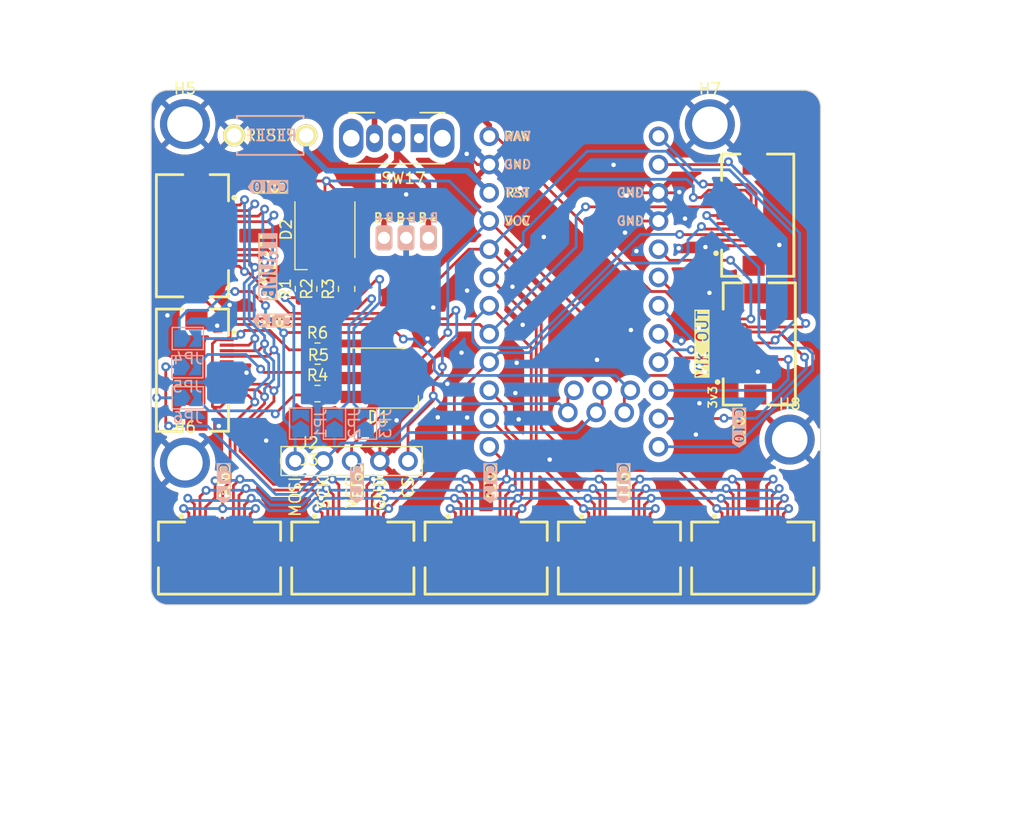
<source format=kicad_pcb>
(kicad_pcb (version 20240108) (generator "pcbnew") (generator_version "8.0")
  (layers (0 "F.Cu" signal) (31 "B.Cu" signal) (34 "B.Paste" user) (35 "F.Paste" user) (36 "B.SilkS" user "B.Silkscreen") (37 "F.SilkS" user "F.Silkscreen") (38 "B.Mask" user) (39 "F.Mask" user) (44 "Edge.Cuts" user))
  (net 0 "")
  (net 1 "col2")
  (net 2 "row_0")
  (net 3 "row_1")
  (net 4 "row_2")
  (net 5 "col3")
  (net 6 "col0")
  (net 7 "col1")
  (net 8 "col4")
  (net 9 "BAT+")
  (net 10 "GND")
  (net 11 "BATT_OR_5V")
  (net 13 "RESET")
  (net 42 "RGB_LED_OUT")
  (net 43 "+3V3")
  (net 44 "SDA")
  (net 45 "GPIO_AD2")
  (net 46 "GPIO_AD1")
  (net 47 "row_3")
  (net 48 "SPI_CS")
  (net 49 "SCLK")
  (net 50 "SCL")
  (net 51 "NVCS")
  (net 52 "NVSCK")
  (net 53 "NVMOSI")
  (net 54 "MISO")
  (net 55 "MOSI")
  (net 56 "Net-(D2-BA)")
  (net 57 "Net-(D2-RA)")
  (net 58 "Net-(D2-GA)")
  (net 59 "B")
  (net 60 "G")
  (net 61 "R")
  (net 62 "Net-(D1-GK)")
  (net 63 "Net-(D1-BK)")
  (net 64 "Net-(D1-RK)")
  (net 65 "B2")
  (net 66 "G2")
  (net 67 "R2")
  (footprint "Alaa:FPC-SMD_FPC05012-09200-.5mm-rev" (layer "F.Cu") (at 133.6 75.444)
    (property "Reference" "J11" (hide yes))
    (property "Value" "Conn_01x12_Socket" (hide yes))
  )
  (footprint "Alaa:FPC-SMD_FPC05012-09200-.5mm-rev" (layer "F.Cu") (at 145.6 75.444)
    (property "Reference" "J16" (hide yes))
    (property "Value" "Conn_01x12_Socket" (hide yes))
  )
  (footprint "kibuzzard-6399CBD2" (layer "F.Cu") (at 109.977486 70.430111 -90)
    (property "Reference" "kibuzzard-6399CBD2" (hide yes))
    (property "Value" "G***" (hide yes))
  )
  (footprint "Resistor_SMD:R_0805_2012Metric" (layer "F.Cu") (at 105.156 52.9355 90)
    (property "Reference" "R1")
    (property "Value" "47")
  )
  (footprint "LED_SMD:LED_RGB_5050-6" (layer "F.Cu") (at 107.09 47.6 90)
    (property "Reference" "D2")
    (property "Value" "SMLVN6RGB")
  )
  (footprint "Alaa:MountingHole_M3" (layer "F.Cu") (at 94.486973 38.1)
    (property "Reference" "H5")
    (property "Value" "MountingHole_Pad")
  )
  (footprint "kibuzzard-6399CBDB" (layer "F.Cu") (at 97.977486 70.430111 -90)
    (property "Reference" "kibuzzard-6399CBDB" (hide yes))
    (property "Value" "G***" (hide yes))
  )
  (footprint "Resistor_SMD:R_0805_2012Metric" (layer "F.Cu") (at 106.426 60.452)
    (property "Reference" "R5")
    (property "Value" "180")
  )
  (footprint "Alaa:MountingHole_M3" (layer "F.Cu") (at 148.929065 66.5)
    (property "Reference" "H8")
    (property "Value" "MountingHole_Pad")
  )
  (footprint "kibuzzard-6399CBC9" (layer "F.Cu") (at 121.977486 70.430111 -90)
    (property "Reference" "kibuzzard-6399CBC9" (hide yes))
    (property "Value" "G***" (hide yes))
  )
  (footprint "Resistor_SMD:R_0805_2012Metric" (layer "F.Cu") (at 109.041331 52.939017 90)
    (property "Reference" "R3")
    (property "Value" "390")
  )
  (footprint "kibuzzard-6399CC4D" (layer "F.Cu") (at 101.955731 50.940135 -90)
    (property "Reference" "kibuzzard-6399CC4D" (hide yes))
    (property "Value" "G***" (hide yes))
  )
  (footprint "kibuzzard-6399CB9D" (layer "F.Cu") (at 101.964796 43.753865 180)
    (property "Reference" "kibuzzard-6399CB9D" (hide yes))
    (property "Value" "G***" (hide yes))
  )
  (footprint "Alaa:FPC-SMD_FPC05012-09200-.5mm-rev" (layer "F.Cu") (at 96.887 60.25 -90)
    (property "Reference" "J17" (hide yes))
    (property "Value" "Conn_01x12_Socket" (hide yes))
  )
  (footprint "Alaa:SW_CuK_OS102011MA1QN1_SPDT_Angled" (layer "F.Cu") (at 115.554 39.37 180)
    (property "Reference" "SW17")
    (property "Value" "SW_SPDT")
  )
  (footprint "Alaa:FPC-SMD_FPC05012-09200-.5mm-rev" (layer "F.Cu") (at 109.6 75.444)
    (property "Reference" "J13" (hide yes))
    (property "Value" "Conn_01x12_Socket" (hide yes))
  )
  (footprint "Resistor_SMD:R_0805_2012Metric" (layer "F.Cu") (at 106.42 58.54)
    (property "Reference" "R6")
    (property "Value" "390")
  )
  (footprint "kibuzzard-6399CBDB" (layer "F.Cu") (at 102.396254 55.785883 180)
    (property "Reference" "kibuzzard-6399CBDB" (hide yes))
    (property "Value" "G***" (hide yes))
  )
  (footprint "Alaa:nice_view" (layer "F.Cu") (at 109.49 51.95)
    (property "Reference" "Display1")
    (property "Value" "nice!view" (hide yes))
  )
  (footprint "Alaa:FPC-SMD_FPC05012-09200-.5mm-rev" (layer "F.Cu") (at 144.324 46.3 90)
    (property "Reference" "J2" (hide yes))
    (property "Value" "Conn_01x12_Socket" (hide yes))
  )
  (footprint "Alaa:ResetSW" (layer "F.Cu") (at 102.16 39.116)
    (property "Reference" "SW16" (hide yes))
    (property "Value" "SW_Push")
  )
  (footprint "kibuzzard-6399CB9D" (layer "F.Cu") (at 144.38 65.43 -90)
    (property "Reference" "kibuzzard-6399CB9D" (hide yes))
    (property "Value" "G***" (hide yes))
  )
  (footprint "Resistor_SMD:R_0805_2012Metric" (layer "F.Cu") (at 107.1 52.9355 90)
    (property "Reference" "R2")
    (property "Value" "180")
  )
  (footprint "Alaa:MountingHole_M3" (layer "F.Cu") (at 141.74 38.12)
    (property "Reference" "H7")
    (property "Value" "MountingHole_Pad")
  )
  (footprint "Alaa:3JST_BAT" (layer "F.Cu") (at 114.4 48.34 180)
    (property "Reference" "J7" (hide yes))
    (property "Value" "Conn_01x08_Female" (hide yes))
  )
  (footprint "vik:vik-keyboard-connector-horizontal" (layer "F.Cu") (at 145.14 57.89 90)
    (property "Reference" "J3" (hide yes))
    (property "Value" "~")
  )
  (footprint "Resistor_SMD:R_0805_2012Metric" (layer "F.Cu") (at 106.42 62.36)
    (property "Reference" "R4")
    (property "Value" "47")
  )
  (footprint "Alaa:FPC-SMD_FPC05012-09200-.5mm-rev" (layer "F.Cu") (at 96.887 48.15 -90)
    (property "Reference" "J15" (hide yes))
    (property "Value" "Conn_01x12_Socket" (hide yes))
  )
  (footprint "kibuzzard-6399CBBA" (layer "F.Cu") (at 133.977486 70.430111 -90)
    (property "Reference" "kibuzzard-6399CBBA" (hide yes))
    (property "Value" "G***" (hide yes))
  )
  (footprint "Alaa:FPC-SMD_FPC05012-09200-.5mm-rev" (layer "F.Cu") (at 97.6 75.444)
    (property "Reference" "J14" (hide yes))
    (property "Value" "Conn_01x12_Socket" (hide yes))
  )
  (footprint "Alaa:MHP5050RGBDT" (layer "F.Cu") (at 111.9 60.96 180)
    (property "Reference" "D1")
    (property "Value" "SMLVN6RGB")
  )
  (footprint "Alaa:FPC-SMD_FPC05012-09200-.5mm-rev" (layer "F.Cu") (at 121.6 75.444)
    (property "Reference" "J12" (hide yes))
    (property "Value" "Conn_01x12_Socket" (hide yes))
  )
  (footprint "Alaa:MountingHole_M3" (layer "F.Cu") (at 94.485092 68.58)
    (property "Reference" "H6")
    (property "Value" "MountingHole_Pad")
  )
  (footprint "kibuzzard-6399CBDB" (layer "B.Cu") (at 102.396254 55.785883 180)
    (property "Reference" "kibuzzard-6399CBDB" (hide yes))
    (property "Value" "G***" (hide yes))
  )
  (footprint "Jumper:SolderJumper-2_P1.3mm_Open_TrianglePad1.0x1.5mm" (layer "B.Cu") (at 107.95 65.061 90)
    (property "Reference" "JP2")
    (property "Value" "Jumper_2_Open")
  )
  (footprint "kibuzzard-6399CBBA" (layer "B.Cu") (at 133.977486 70.430111 -90)
    (property "Reference" "kibuzzard-6399CBBA" (hide yes))
    (property "Value" "G***" (hide yes))
  )
  (footprint "Jumper:SolderJumper-2_P1.3mm_Open_TrianglePad1.0x1.5mm" (layer "B.Cu") (at 94.742 57.404)
    (property "Reference" "JP4")
    (property "Value" "Jumper_2_Open")
  )
  (footprint "kibuzzard-6399CBD2" (layer "B.Cu") (at 109.977486 70.430111 -90)
    (property "Reference" "kibuzzard-6399CBD2" (hide yes))
    (property "Value" "G***" (hide yes))
  )
  (footprint "kibuzzard-6399CBDB" (layer "B.Cu") (at 97.977486 70.430111 -90)
    (property "Reference" "kibuzzard-6399CBDB" (hide yes))
    (property "Value" "G***" (hide yes))
  )
  (footprint "kibuzzard-6399CC4D" (layer "B.Cu") (at 101.955731 50.940135 -90)
    (property "Reference" "kibuzzard-6399CC4D" (hide yes))
    (property "Value" "G***" (hide yes))
  )
  (footprint "Jumper:SolderJumper-2_P1.3mm_Open_TrianglePad1.0x1.5mm" (layer "B.Cu") (at 110.744 65.061 90)
    (property "Reference" "JP3")
    (property "Value" "Jumper_2_Open")
  )
  (footprint "Jumper:SolderJumper-2_P1.3mm_Open_TrianglePad1.0x1.5mm" (layer "B.Cu") (at 94.742 62.738)
    (property "Reference" "JP6")
    (property "Value" "Jumper_2_Open")
  )
  (footprint "Jumper:SolderJumper-2_P1.3mm_Open_TrianglePad1.0x1.5mm" (layer "B.Cu") (at 94.705 59.944)
    (property "Reference" "JP5")
    (property "Value" "Jumper_2_Open")
  )
  (footprint "kibuzzard-6399CBC9" (layer "B.Cu") (at 121.977486 70.430111 -90)
    (property "Reference" "kibuzzard-6399CBC9" (hide yes))
    (property "Value" "G***" (hide yes))
  )
  (footprint "Jumper:SolderJumper-2_P1.3mm_Open_TrianglePad1.0x1.5mm" (layer "B.Cu") (at 104.902 65.061 90)
    (property "Reference" "JP1")
    (property "Value" "Jumper_2_Open")
  )
  (footprint "kibuzzard-6399CB9D" (layer "B.Cu") (at 144.38 65.43 -90)
    (property "Reference" "kibuzzard-6399CB9D" (hide yes))
    (property "Value" "G***" (hide yes))
  )
  (footprint "Alaa:MCU_nice-nano" (layer "B.Cu") (at 129.5 51.905 180)
    (property "Reference" "J1" (hide yes))
    (property "Value" "N!N" (hide yes))
  )
  (footprint "kibuzzard-6399CB9D" (layer "B.Cu") (at 101.964796 43.753865 180)
    (property "Reference" "kibuzzard-6399CB9D" (hide yes))
    (property "Value" "G***" (hide yes))
  )
  (gr_arc (start 91.44 36.576) (mid 91.886369 35.498369) (end 92.964 35.052) (stroke (width 0.1)) (layer "Edge.Cuts"))
  (gr_line (start 150.176 81.374) (end 92.964 81.374) (stroke (width 0.1)) (layer "Edge.Cuts"))
  (gr_line (start 151.7 36.576) (end 151.7 79.85) (stroke (width 0.1)) (layer "Edge.Cuts"))
  (gr_arc (start 92.964 81.374) (mid 91.886369 80.927631) (end 91.44 79.85) (stroke (width 0.1)) (layer "Edge.Cuts"))
  (gr_arc (start 151.7 79.85) (mid 151.253631 80.927631) (end 150.176 81.374) (stroke (width 0.1)) (layer "Edge.Cuts"))
  (gr_line (start 92.964 35.052) (end 150.176 35.052) (stroke (width 0.1)) (layer "Edge.Cuts"))
  (gr_line (start 91.44 79.85) (end 91.44 36.576) (stroke (width 0.1)) (layer "Edge.Cuts"))
  (gr_arc (start 150.176 35.052) (mid 151.253631 35.498369) (end 151.7 36.576) (stroke (width 0.1)) (layer "Edge.Cuts"))
  (gr_text "J2" (at 105.664 66.802 0) (layer "F.SilkS") (effects (font (size 1 1))))
  (gr_text "J3" (at 105.664 68.326 0) (layer "F.SilkS") (effects (font (size 1 1))))
  (segment (start 139.04 48.05) (end 142.962 48.05) (width 0.25) (layer "F.Cu") (net 1))
  (segment (start 144.05 48.05) (end 144.1 48) (width 0.25) (layer "F.Cu") (net 1))
  (segment (start 145.005 47.644577) (end 145.005 45.213299) (width 0.25) (layer "F.Cu") (net 1))
  (segment (start 118.840312 73.123976) (end 118.840312 74.015976) (width 0.25) (layer "F.Cu") (net 1))
  (segment (start 142.962 48.05) (end 144.05 48.05) (width 0.25) (layer "F.Cu") (net 1))
  (segment (start 139.02 48.03) (end 139.04 48.05) (width 0.25) (layer "F.Cu") (net 1))
  (segment (start 125.66 58.225) (end 125.66 71.878674) (width 0.25) (layer "F.Cu") (net 1))
  (segment (start 145.005 45.213299) (end 144.341701 44.55) (width 0.25) (layer "F.Cu") (net 1))
  (segment (start 144.649577 48) (end 145.005 47.644577) (width 0.25) (layer "F.Cu") (net 1))
  (segment (start 118.840312 73.123976) (end 118.360312 72.643976) (width 0.25) (layer "F.Cu") (net 1))
  (segment (start 124.349869 73.188805) (end 124.349869 74.080805) (width 0.25) (layer "F.Cu") (net 1))
  (segment (start 144.1 48) (end 144.649577 48) (width 0.25) (layer "F.Cu") (net 1))
  (segment (start 125.66 71.878674) (end 124.829869 72.708805) (width 0.25) (layer "F.Cu") (net 1))
  (segment (start 121.88 54.445) (end 125.66 58.225) (width 0.25) (layer "F.Cu") (net 1))
  (segment (start 144.341701 44.55) (end 142.962 44.55) (width 0.25) (layer "F.Cu") (net 1))
  (segment (start 124.829869 72.708805) (end 124.349869 73.188805) (width 0.25) (layer "F.Cu") (net 1))
  (via (at 118.360312 72.708805) (size 0.8) (drill 0.4) (layers "F.Cu" "B.Cu") (net 1))
  (via (at 124.829869 72.708805) (size 0.8) (drill 0.4) (layers "F.Cu" "B.Cu") (net 1))
  (via (at 139.02 48.03) (size 0.8) (drill 0.4) (layers "F.Cu" "B.Cu") (net 1))
  (segment (start 120.962 58.224) (end 120.396 57.658) (width 0.25) (layer "B.Cu") (net 1))
  (segment (start 120.396 57.658) (end 120.396 55.929) (width 0.25) (layer "B.Cu") (net 1))
  (segment (start 135.48 48.03) (end 125.286 58.224) (width 0.25) (layer "B.Cu") (net 1))
  (segment (start 125.286 58.224) (end 120.962 58.224) (width 0.25) (layer "B.Cu") (net 1))
  (segment (start 118.360312 72.708805) (end 124.829869 72.708805) (width 0.25) (layer "B.Cu") (net 1))
  (segment (start 120.396 55.929) (end 121.88 54.445) (width 0.25) (layer "B.Cu") (net 1))
  (segment (start 139.02 48.03) (end 135.48 48.03) (width 0.25) (layer "B.Cu") (net 1))
  (segment (start 136.450778 71.784646) (end 135.850335 72.385089) (width 0.25) (layer "F.Cu") (net 2))
  (segment (start 100.239557 58.005221) (end 100.84 57.404778) (width 0.25) (layer "F.Cu") (net 2))
  (segment (start 100.239557 45.885221) (end 100.84 45.284778) (width 0.25) (layer "F.Cu") (net 2))
  (segment (start 124.82 66.908604) (end 123.38 65.468604) (width 0.25) (layer "F.Cu") (net 2))
  (segment (start 106 71.041499) (end 106.741195 71.782694) (width 0.25) (layer "F.Cu") (net 2))
  (segment (start 123.849869 72.384077) (end 123.849869 74.080805) (width 0.25) (layer "F.Cu") (net 2))
  (segment (start 143.340443 72.320443) (end 143.340443 74.017171) (width 0.25) (layer "F.Cu") (net 2))
  (segment (start 135.850335 72.385089) (end 135.850335 74.081817) (width 0.25) (layer "F.Cu") (net 2))
  (segment (start 124.450312 71.783634) (end 124.82 71.413946) (width 0.25) (layer "F.Cu") (net 2))
  (segment (start 112.451638 71.782694) (end 111.851195 72.383137) (width 0.25) (layer "F.Cu") (net 2))
  (segment (start 148.450443 71.784829) (end 147.85 72.385272) (width 0.25) (layer "F.Cu") (net 2))
  (segment (start 123.38 63.565) (end 121.88 62.065) (width 0.25) (layer "F.Cu") (net 2))
  (segment (start 100.174728 50.394778) (end 98.478 50.394778) (width 0.25) (layer "F.Cu") (net 2))
  (segment (start 100.239557 58.005221) (end 98.542829 58.005221) (width 0.25) (layer "F.Cu") (net 2))
  (segment (start 95.341903 72.317464) (end 94.74146 71.717021) (width 0.25) (layer "F.Cu") (net 2))
  (segment (start 100.775171 63.115221) (end 100.174728 62.514778) (width 0.25) (layer "F.Cu") (net 2))
  (segment (start 111.851195 72.383137) (end 111.851195 74.079865) (width 0.25) (layer "F.Cu") (net 2))
  (segment (start 143.340443 72.320443) (end 142.74 71.72) (width 0.25) (layer "F.Cu") (net 2))
  (segment (start 119.340312 72.319248) (end 119.340312 74.015976) (width 0.25) (layer "F.Cu") (net 2))
  (segment (start 100.775171 63.115221) (end 100.775171 63.134829) (width 0.25) (layer "F.Cu") (net 2))
  (segment (start 100.174728 62.514778) (end 98.478 62.514778) (width 0.25) (layer "F.Cu") (net 2))
  (segment (start 147.85 72.385272) (end 147.85 74.082) (width 0.25) (layer "F.Cu") (net 2))
  (segment (start 123.38 65.468604) (end 123.38 63.565) (width 0.25) (layer "F.Cu") (net 2))
  (segment (start 124.82 71.413946) (end 124.82 66.908604) (width 0.25) (layer "F.Cu") (net 2))
  (segment (start 100.239557 45.885221) (end 98.542829 45.885221) (width 0.25) (layer "F.Cu") (net 2))
  (segment (start 100.451903 71.78185) (end 99.85146 72.382293) (width 0.25) (layer "F.Cu") (net 2))
  (segment (start 131.340778 72.32026) (end 131.340778 74.016988) (width 0.25) (layer "F.Cu") (net 2))
  (segment (start 95.341903 72.317464) (end 95.341903 74.014192) (width 0.25) (layer "F.Cu") (net 2))
  (segment (start 100.775171 50.995221) (end 100.174728 50.394778) (width 0.25) (layer "F.Cu") (net 2))
  (segment (start 99.002 67.712) (end 102.331499 71.041499) (width 0.25) (layer "F.Cu") (net 2))
  (segment (start 119.340312 72.319248) (end 118.739869 71.718805) (width 0.25) (layer "F.Cu") (net 2))
  (segment (start 107.341638 72.318308) (end 106.741195 71.717865) (width 0.25) (layer "F.Cu") (net 2))
  (segment (start 102.331499 71.041499) (end 106 71.041499) (width 0.25) (layer "F.Cu") (net 2))
  (segment (start 100.775171 63.134829) (end 99.002 64.908) (width 0.25) (layer "F.Cu") (net 2))
  (segment (start 99.002 64.908) (end 99.002 67.712) (width 0.25) (layer "F.Cu") (net 2))
  (segment (start 99.85146 72.382293) (end 99.85146 74.079021) (width 0.25) (layer "F.Cu") (net 2))
  (segment (start 107.341638 72.318308) (end 107.341638 74.015036) (width 0.25) (layer "F.Cu") (net 2))
  (segment (start 131.340778 72.32026) (end 130.740335 71.719817) (width 0.25) (layer "F.Cu") (net 2))
  (segment (start 124.450312 71.783634) (end 123.849869 72.384077) (width 0.25) (layer "F.Cu") (net 2))
  (via (at 142.74 71.784829) (size 0.8) (drill 0.4) (layers "F.Cu" "B.Cu") (net 2))
  (via (at 100.775171 63.115221) (size 0.8) (drill 0.4) (layers "F.Cu" "B.Cu") (net 2))
  (via (at 118.739869 71.783634) (size 0.8) (drill 0.4) (layers "F.Cu" "B.Cu") (net 2))
  (via (at 100.775171 45.284778) (size 0.8) (drill 0.4) (layers "F.Cu" "B.Cu") (net 2))
  (via (at 148.450443 71.784829) (size 0.8) (drill 0.4) (layers "F.Cu" "B.Cu") (net 2))
  (via (at 136.450778 71.784646) (size 0.8) (drill 0.4) (layers "F.Cu" "B.Cu") (net 2))
  (via (at 130.740335 71.784646) (size 0.8) (drill 0.4) (layers "F.Cu" "B.Cu") (net 2))
  (via (at 124.450312 71.783634) (size 0.8) (drill 0.4) (layers "F.Cu" "B.Cu") (net 2))
  (via (at 100.451903 71.78185) (size 0.8) (drill 0.4) (layers "F.Cu" "B.Cu") (net 2))
  (via (at 94.74146 71.78185) (size 0.8) (drill 0.4) (layers "F.Cu" "B.Cu") (net 2))
  (via (at 100.775171 57.404778) (size 0.8) (drill 0.4) (layers "F.Cu" "B.Cu") (net 2))
  (via (at 112.451638 71.782694) (size 0.8) (drill 0.4) (layers "F.Cu" "B.Cu") (net 2))
  (via (at 106.741195 71.782694) (size 0.8) (drill 0.4) (layers "F.Cu" "B.Cu") (net 2))
  (via (at 100.775171 50.995221) (size 0.8) (drill 0.4) (layers "F.Cu" "B.Cu") (net 2))
  (segment (start 105.146198 72.898) (end 106.259369 71.784829) (width 0.25) (layer "B.Cu") (net 2))
  (segment (start 100.775171 56.925087) (end 100.775171 57.404778) (width 0.25) (layer "B.Cu") (net 2))
  (segment (start 102.028 60.910126) (end 102.028 59.609873) (width 0.25) (layer "B.Cu") (net 2))
  (segment (start 94.941631 71.982021) (end 101.131765 71.982021) (width 0.25) (layer "B.Cu") (net 2))
  (segment (start 100.3 45.759949) (end 100.3 50.799473) (width 0.25) (layer "B.Cu") (net 2))
  (segment (start 101.131765 71.982021) (end 102.047744 72.898) (width 0.25) (layer "B.Cu") (net 2))
  (segment (start 100.775171 63.115221) (end 100.775171 62.162955) (width 0.25) (layer "B.Cu") (net 2))
  (segment (start 100.575 51.074473) (end 100.575 51.675083) (width 0.25) (layer "B.Cu") (net 2))
  (segment (start 102.028 59.609873) (end 100.775171 58.357044) (width 0.25) (layer "B.Cu") (net 2))
  (segment (start 100.575 51.675083) (end 99.822 52.428083) (width 0.25) (layer "B.Cu") (net 2))
  (segment (start 102.047744 72.898) (end 105.146198 72.898) (width 0.25) (layer "B.Cu") (net 2))
  (segment (start 99.822 52.428083) (end 99.822 55.971916) (width 0.25) (layer "B.Cu") (net 2))
  (segment (start 99.822 55.971916) (end 100.775171 56.925087) (width 0.25) (layer "B.Cu") (net 2))
  (segment (start 94.74146 71.78185) (end 94.941631 71.982021) (width 0.25) (layer "B.Cu") (net 2))
  (segment (start 100.775171 62.162955) (end 102.028 60.910126) (width 0.25) (layer "B.Cu") (net 2))
  (segment (start 106.259369 71.784829) (end 148.450443 71.784829) (width 0.25) (layer "B.Cu") (net 2))
  (segment (start 100.775171 58.357044) (end 100.775171 57.404778) (width 0.25) (layer "B.Cu") (net 2))
  (segment (start 100.3 50.799473) (end 100.575 51.074473) (width 0.25) (layer "B.Cu") (net 2))
  (segment (start 100.775171 45.284778) (end 100.3 45.759949) (width 0.25) (layer "B.Cu") (net 2))
  (segment (start 124.22 66.945) (end 124.22 70.661361) (width 0.25) (layer "F.Cu") (net 3))
  (segment (start 131.840778 71.467675) (end 131.210156 70.837053) (width 0.25) (layer "F.Cu") (net 3))
  (segment (start 111.351195 71.530552) (end 111.351195 74.079865) (width 0.25) (layer "F.Cu") (net 3))
  (segment (start 99.452 65.463697) (end 99.452 67.525604) (width 0.25) (layer "F.Cu") (net 3))
  (segment (start 101.092142 46.385221) (end 98.542829 46.385221) (width 0.25) (layer "F.Cu") (net 3))
  (segment (start 102.45531 70.528914) (end 106.84 70.528914) (width 0.25) (layer "F.Cu") (net 3))
  (segment (start 101.657935 63.257762) (end 99.452 65.463697) (width 0.25) (layer "F.Cu") (net 3))
  (segment (start 101.092142 58.505221) (end 101.722764 57.874599) (width 0.25) (layer "F.Cu") (net 3))
  (segment (start 143.840443 71.467858) (end 143.840443 74.017171) (width 0.25) (layer "F.Cu") (net 3))
  (segment (start 101.027313 62.014778) (end 98.478 62.014778) (width 0.25) (layer "F.Cu") (net 3))
  (segment (start 147.980622 70.902065) (end 147.35 71.532687) (width 0.25) (layer "F.Cu") (net 3))
  (segment (start 111.981817 70.89993) (end 111.351195 71.530552) (width 0.25) (layer "F.Cu") (net 3))
  (segment (start 99.982082 70.899086) (end 99.35146 71.529708) (width 0.25) (layer "F.Cu") (net 3))
  (segment (start 101.092142 46.385221) (end 101.722764 45.754599) (width 0.25) (layer "F.Cu") (net 3))
  (segment (start 95.841903 71.618097) (end 96.39 71.07) (width 0.25) (layer "F.Cu") (net 3))
  (segment (start 101.657935 50.5254) (end 101.027313 49.894778) (width 0.25) (layer "F.Cu") (net 3))
  (segment (start 101.092142 58.505221) (end 98.542829 58.505221) (width 0.25) (layer "F.Cu") (net 3))
  (segment (start 101.657935 62.6454) (end 101.027313 62.014778) (width 0.25) (layer "F.Cu") (net 3))
  (segment (start 147.35 71.532687) (end 147.35 74.082) (width 0.25) (layer "F.Cu") (net 3))
  (segment (start 101.657935 62.6454) (end 101.657935 63.257762) (width 0.25) (layer "F.Cu") (net 3))
  (segment (start 135.980957 70.901882) (end 135.350335 71.532504) (width 0.25) (layer "F.Cu") (net 3))
  (segment (start 123.349869 71.531492) (end 123.349869 74.080805) (width 0.25) (layer "F.Cu") (net 3))
  (segment (start 119.840312 71.466663) (end 119.20969 70.836041) (width 0.25) (layer "F.Cu") (net 3))
  (segment (start 106.84 70.528914) (end 107.211016 70.89993) (width 0.25) (layer "F.Cu") (net 3))
  (segment (start 107.841638 71.465723) (end 107.211016 70.835101) (width 0.25) (layer "F.Cu") (net 3))
  (segment (start 119.840312 71.466663) (end 119.840312 74.015976) (width 0.25) (layer "F.Cu") (net 3))
  (segment (start 135.350335 71.532504) (end 135.350335 74.081817) (width 0.25) (layer "F.Cu") (net 3))
  (segment (start 131.840778 71.467675) (end 131.840778 74.016988) (width 0.25) (layer "F.Cu") (net 3))
  (segment (start 99.35146 71.529708) (end 99.35146 74.079021) (width 0.25) (layer "F.Cu") (net 3))
  (segment (start 101.027313 49.894778) (end 98.478 49.894778) (width 0.25) (layer "F.Cu") (net 3))
  (segment (start 121.88 64.605) (end 124.22 66.945) (width 0.25) (layer "F.Cu") (net 3))
  (segment (start 123.980491 70.90087) (end 123.349869 71.531492) (width 0.25) (layer "F.Cu") (net 3))
  (segment (start 99.452 67.525604) (end 102.45531 70.528914) (width 0.25) (layer "F.Cu") (net 3))
  (segment (start 95.841903 74.014192) (end 95.841903 71.618097) (width 0.25) (layer "F.Cu") (net 3))
  (segment (start 143.840443 71.467858) (end 143.209821 70.837236) (width 0.25) (layer "F.Cu") (net 3))
  (segment (start 124.22 70.661361) (end 123.980491 70.90087) (width 0.25) (layer "F.Cu") (net 3))
  (segment (start 107.841638 71.465723) (end 107.841638 74.015036) (width 0.25) (layer "F.Cu") (net 3))
  (via (at 96.39 71.07) (size 0.8) (drill 0.4) (layers "F.Cu" "B.Cu") (net 3))
  (via (at 123.980491 70.90087) (size 0.8) (drill 0.4) (layers "F.Cu" "B.Cu") (net 3))
  (via (at 99.982082 70.899086) (size 0.8) (drill 0.4) (layers "F.Cu" "B.Cu") (net 3))
  (via (at 101.657935 62.6454) (size 0.8) (drill 0.4) (layers "F.Cu" "B.Cu") (net 3))
  (via (at 111.981817 70.89993) (size 0.8) (drill 0.4) (layers "F.Cu" "B.Cu") (net 3))
  (via (at 101.657935 45.754599) (size 0.8) (drill 0.4) (layers "F.Cu" "B.Cu") (net 3))
  (via (at 101.657935 50.5254) (size 0.8) (drill 0.4) (layers "F.Cu" "B.Cu") (net 3))
  (via (at 101.657935 57.874599) (size 0.8) (drill 0.4) (layers "F.Cu" "B.Cu") (net 3))
  (via (at 135.980957 70.901882) (size 0.8) (drill 0.4) (layers "F.Cu" "B.Cu") (net 3))
  (via (at 131.210156 70.901882) (size 0.8) (drill 0.4) (layers "F.Cu" "B.Cu") (net 3))
  (via (at 143.209821 70.902065) (size 0.8) (drill 0.4) (layers "F.Cu" "B.Cu") (net 3))
  (via (at 147.980622 70.902065) (size 0.8) (drill 0.4) (layers "F.Cu" "B.Cu") (net 3))
  (via (at 119.20969 70.90087) (size 0.8) (drill 0.4) (layers "F.Cu" "B.Cu") (net 3))
  (via (at 107.211016 70.89993) (size 0.8) (drill 0.4) (layers "F.Cu" "B.Cu") (net 3))
  (segment (start 147.270723 71.057694) (end 106.350108 71.057694) (width 0.25) (layer "B.Cu") (net 3))
  (segment (start 102.478 59.423477) (end 101.657935 58.603412) (width 0.25) (layer "B.Cu") (net 3))
  (segment (start 100.84299 71.05685) (end 96.40315 71.05685) (width 0.25) (layer "B.Cu") (net 3))
  (segment (start 101.500171 51.386308) (end 100.272 52.614479) (width 0.25) (layer "B.Cu") (net 3))
  (segment (start 101.657935 58.603412) (end 101.657935 57.874599) (width 0.25) (layer "B.Cu") (net 3))
  (segment (start 100.272 55.78552) (end 101.657935 57.171455) (width 0.25) (layer "B.Cu") (net 3))
  (segment (start 101.500171 45.912363) (end 101.500171 51.386308) (width 0.25) (layer "B.Cu") (net 3))
  (segment (start 96.40315 71.05685) (end 96.39 71.07) (width 0.25) (layer "B.Cu") (net 3))
  (segment (start 105.017802 72.39) (end 102.17614 72.39) (width 0.25) (layer "B.Cu") (net 3))
  (segment (start 147.980622 70.902065) (end 147.547858 71.334829) (width 0.25) (layer "B.Cu") (net 3))
  (segment (start 102.478 61.096522) (end 102.478 59.423477) (width 0.25) (layer "B.Cu") (net 3))
  (segment (start 101.657935 62.6454) (end 101.657935 61.916587) (width 0.25) (layer "B.Cu") (net 3))
  (segment (start 101.657935 45.754599) (end 101.500171 45.912363) (width 0.25) (layer "B.Cu") (net 3))
  (segment (start 100.272 52.614479) (end 100.272 55.78552) (width 0.25) (layer "B.Cu") (net 3))
  (segment (start 147.547858 71.334829) (end 147.270723 71.057694) (width 0.25) (layer "B.Cu") (net 3))
  (segment (start 102.17614 72.39) (end 100.84299 71.05685) (width 0.25) (layer "B.Cu") (net 3))
  (segment (start 101.657935 61.916587) (end 102.478 61.096522) (width 0.25) (layer "B.Cu") (net 3))
  (segment (start 106.350108 71.057694) (end 105.017802 72.39) (width 0.25) (layer "B.Cu") (net 3))
  (segment (start 101.657935 57.171455) (end 101.657935 57.874599) (width 0.25) (layer "B.Cu") (net 3))
  (segment (start 96.341903 74.014192) (end 96.341903 72.578097) (width 0.25) (layer "F.Cu") (net 4))
  (segment (start 134.850335 70.649716) (end 134.850335 74.081817) (width 0.25) (layer "F.Cu") (net 4))
  (segment (start 146.85 70.649899) (end 146.85 74.082) (width 0.25) (layer "F.Cu") (net 4))
  (segment (start 120.340312 70.583875) (end 119.752838 69.996401) (width 0.25) (layer "F.Cu") (net 4))
  (segment (start 144.340443 70.58507) (end 143.752969 69.997596) (width 0.25) (layer "F.Cu") (net 4))
  (segment (start 108.341638 70.582935) (end 107.754164 69.995461) (width 0.25) (layer "F.Cu") (net 4))
  (segment (start 123.437343 70.06123) (end 122.849869 70.648704) (width 0.25) (layer "F.Cu") (net 4))
  (segment (start 101.910101 49.394778) (end 98.478 49.394778) (width 0.25) (layer "F.Cu") (net 4))
  (segment (start 101.97493 59.005221) (end 98.542829 59.005221) (width 0.25) (layer "F.Cu") (net 4))
  (segment (start 110.851195 70.647764) (end 110.851195 74.079865) (width 0.25) (layer "F.Cu") (net 4))
  (segment (start 120.340312 70.583875) (end 120.340312 74.015976) (width 0.25) (layer "F.Cu") (net 4))
  (segment (start 102.497575 63.054518) (end 99.902 65.650093) (width 0.25) (layer "F.Cu") (net 4))
  (segment (start 101.97493 59.005221) (end 102.562404 58.417747) (width 0.25) (layer "F.Cu") (net 4))
  (segment (start 122.849869 70.648704) (end 122.849869 74.080805) (width 0.25) (layer "F.Cu") (net 4))
  (segment (start 98.85146 70.64692) (end 98.85146 74.079021) (width 0.25) (layer "F.Cu") (net 4))
  (segment (start 101.97493 46.885221) (end 102.562404 46.297747) (width 0.25) (layer "F.Cu") (net 4))
  (segment (start 97.2 71.72) (end 97.2 70.21) (width 0.25) (layer "F.Cu") (net 4))
  (segment (start 102.497575 62.102252) (end 102.497575 63.054518) (width 0.25) (layer "F.Cu") (net 4))
  (segment (start 99.902 67.339208) (end 102.623082 70.06029) (width 0.25) (layer "F.Cu") (net 4))
  (segment (start 102.497575 49.982252) (end 101.910101 49.394778) (width 0.25) (layer "F.Cu") (net 4))
  (segment (start 101.97493 46.885221) (end 98.542829 46.885221) (width 0.25) (layer "F.Cu") (net 4))
  (segment (start 99.438934 70.059446) (end 98.85146 70.64692) (width 0.25) (layer "F.Cu") (net 4))
  (segment (start 111.438669 70.06029) (end 110.851195 70.647764) (width 0.25) (layer "F.Cu") (net 4))
  (segment (start 99.902 65.650093) (end 99.902 67.339208) (width 0.25) (layer "F.Cu") (net 4))
  (segment (start 101.910101 61.514778) (end 98.478 61.514778) (width 0.25) (layer "F.Cu") (net 4))
  (segment (start 108.341638 70.582935) (end 108.341638 74.015036) (width 0.25) (layer "F.Cu") (net 4))
  (segment (start 147.437474 70.062425) (end 146.85 70.649899) (width 0.25) (layer "F.Cu") (net 4))
  (segment (start 132.340778 70.584887) (end 132.340778 74.016988) (width 0.25) (layer "F.Cu") (net 4))
  (segment (start 123.437343 68.702343) (end 123.437343 70.06123) (width 0.25) (layer "F.Cu") (net 4))
  (segment (start 132.340778 70.584887) (end 131.753304 69.997413) (width 0.25) (layer "F.Cu") (net 4))
  (segment (start 121.88 67.145) (end 123.437343 68.702343) (width 0.25) (layer "F.Cu") (net 4))
  (segment (start 96.341903 72.578097) (end 97.2 71.72) (width 0.25) (layer "F.Cu") (net 4))
  (segment (start 135.437809 70.062242) (end 134.850335 70.649716) (width 0.25) (layer "F.Cu") (net 4))
  (segment (start 144.340443 70.58507) (end 144.340443 74.017171) (width 0.25) (layer "F.Cu") (net 4))
  (segment (start 102.497575 62.102252) (end 101.910101 61.514778) (width 0.25) (layer "F.Cu") (net 4))
  (segment (start 102.623082 70.06029) (end 107.754164 70.06029) (width 0.25) (layer "F.Cu") (net 4))
  (via (at 99.438934 70.059446) (size 0.8) (drill 0.4) (layers "F.Cu" "B.Cu") (net 4))
  (via (at 102.497575 49.982252) (size 0.8) (drill 0.4) (layers "F.Cu" "B.Cu") (net 4))
  (via (at 102.497575 62.102252) (size 0.8) (drill 0.4) (layers "F.Cu" "B.Cu") (net 4))
  (via (at 135.437809 70.062242) (size 0.8) (drill 0.4) (layers "F.Cu" "B.Cu") (net 4))
  (via (at 111.438669 70.06029) (size 0.8) (drill 0.4) (layers "F.Cu" "B.Cu") (net 4))
  (via (at 123.437343 70.06123) (size 0.8) (drill 0.4) (layers "F.Cu" "B.Cu") (net 4))
  (via (at 102.497575 46.297747) (size 0.8) (drill 0.4) (layers "F.Cu" "B.Cu") (net 4))
  (via (at 119.752838 70.06123) (size 0.8) (drill 0.4) (layers "F.Cu" "B.Cu") (net 4))
  (via (at 147.437474 70.062425) (size 0.8) (drill 0.4) (layers "F.Cu" "B.Cu") (net 4))
  (via (at 97.2 70.21) (size 0.8) (drill 0.4) (layers "F.Cu" "B.Cu") (net 4))
  (via (at 102.497575 58.417747) (size 0.8) (drill 0.4) (layers "F.Cu" "B.Cu") (net 4))
  (via (at 143.752969 70.062425) (size 0.8) (drill 0.4) (layers "F.Cu" "B.Cu") (net 4))
  (via (at 131.753304 70.062242) (size 0.8) (drill 0.4) (layers "F.Cu" "B.Cu") (net 4))
  (via (at 107.754164 70.06029) (size 0.8) (drill 0.4) (layers "F.Cu" "B.Cu") (net 4))
  (segment (start 100.722 52.800875) (end 100.722 55.599124) (width 0.25) (layer "B.Cu") (net 4))
  (segment (start 97.2 70.21) (end 97.235914 70.174086) (width 0.25) (layer "B.Cu") (net 4))
  (segment (start 100.722 55.599124) (end 102.497575 57.374699) (width 0.25) (layer "B.Cu") (net 4))
  (segment (start 102.382935 47.277915) (end 102.382935 51.13994) (width 0.25) (layer "B.Cu") (net 4))
  (segment (start 100.596622 70.174086) (end 102.304536 71.882) (width 0.25) (layer "B.Cu") (net 4))
  (segment (start 101.950171 46.845151) (end 102.382935 47.277915) (width 0.25) (layer "B.Cu") (net 4))
  (segment (start 102.304536 71.882) (end 104.889406 71.882) (width 0.25) (layer "B.Cu") (net 4))
  (segment (start 102.928 61.671827) (end 102.928 58.848172) (width 0.25) (layer "B.Cu") (net 4))
  (segment (start 102.928 58.848172) (end 102.497575 58.417747) (width 0.25) (layer "B.Cu") (net 4))
  (segment (start 104.889406 71.882) (end 106.708981 70.062425) (width 0.25) (layer "B.Cu") (net 4))
  (segment (start 102.497575 62.102252) (end 102.928 61.671827) (width 0.25) (layer "B.Cu") (net 4))
  (segment (start 102.382935 51.13994) (end 100.722 52.800875) (width 0.25) (layer "B.Cu") (net 4))
  (segment (start 102.497575 46.297747) (end 101.950171 46.845151) (width 0.25) (layer "B.Cu") (net 4))
  (segment (start 102.497575 57.374699) (end 102.497575 58.417747) (width 0.25) (layer "B.Cu") (net 4))
  (segment (start 106.708981 70.062425) (end 147.437474 70.062425) (width 0.25) (layer "B.Cu") (net 4))
  (segment (start 97.235914 70.174086) (end 100.596622 70.174086) (width 0.25) (layer "B.Cu") (net 4))
  (segment (start 144.205305 45.05) (end 142.962 45.05) (width 0.25) (layer "F.Cu") (net 5))
  (segment (start 106.841638 73.123036) (end 106.361638 72.643036) (width 0.25) (layer "F.Cu") (net 5))
  (segment (start 142.962 47.55) (end 144.165305 47.55) (width 0.25) (layer "F.Cu") (net 5))
  (segment (start 140.98 47.325) (end 141.205 47.55) (width 0.25) (layer "F.Cu") (net 5))
  (segment (start 144.165305 47.55) (end 144.555 47.160305) (width 0.25) (layer "F.Cu") (net 5))
  (segment (start 141.205 47.55) (end 142.962 47.55) (width 0.25) (layer "F.Cu") (net 5))
  (segment (start 118.74 62.665) (end 118.74 66.79906) (width 0.25) (layer "F.Cu") (net 5))
  (segment (start 112.351195 73.187865) (end 112.351195 74.079865) (width 0.25) (layer "F.Cu") (net 5))
  (segment (start 144.555 45.399695) (end 144.205305 45.05) (width 0.25) (layer "F.Cu") (net 5))
  (segment (start 144.555 47.160305) (end 144.555 45.399695) (width 0.25) (layer "F.Cu") (net 5))
  (segment (start 121.88 59.525) (end 118.74 62.665) (width 0.25) (layer "F.Cu") (net 5))
  (segment (start 112.831195 72.707865) (end 112.351195 73.187865) (width 0.25) (layer "F.Cu") (net 5))
  (segment (start 118.74 66.79906) (end 112.831195 72.707865) (width 0.25) (layer "F.Cu") (net 5))
  (segment (start 106.841638 73.123036) (end 106.841638 74.015036) (width 0.25) (layer "F.Cu") (net 5))
  (via (at 106.361638 72.707865) (size 0.8) (drill 0.4) (layers "F.Cu" "B.Cu") (net 5))
  (via (at 140.98 47.325) (size 0.8) (drill 0.4) (layers "F.Cu" "B.Cu") (net 5))
  (via (at 112.831195 72.707865) (size 0.8) (drill 0.4) (layers "F.Cu" "B.Cu") (net 5))
  (segment (start 106.361638 72.707865) (end 112.831195 72.707865) (width 0.25) (layer "B.Cu") (net 5))
  (segment (start 139.77 48.535) (end 139.77 49.75) (width 0.25) (layer "B.Cu") (net 5))
  (segment (start 122.731 58.674) (end 121.88 59.525) (width 0.25) (layer "B.Cu") (net 5))
  (segment (start 133.535458 50.610938) (end 125.472396 58.674) (width 0.25) (layer "B.Cu") (net 5))
  (segment (start 140.98 47.325) (end 139.77 48.535) (width 0.25) (layer "B.Cu") (net 5))
  (segment (start 138.909062 50.610938) (end 133.535458 50.610938) (width 0.25) (layer "B.Cu") (net 5))
  (segment (start 125.472396 58.674) (end 122.731 58.674) (width 0.25) (layer "B.Cu") (net 5))
  (segment (start 139.77 49.75) (end 138.909062 50.610938) (width 0.25) (layer "B.Cu") (net 5))
  (segment (start 141.19 43.55) (end 141.14 43.5) (width 0.25) (layer "F.Cu") (net 6))
  (segment (start 99.434829 45.385221) (end 98.542829 45.385221) (width 0.25) (layer "F.Cu") (net 6))
  (segment (start 103.893662 55.139017) (end 114.278983 55.139017) (width 0.25) (layer "F.Cu") (net 6))
  (segment (start 99.37 50.894778) (end 98.478 50.894778) (width 0.25) (layer "F.Cu") (net 6))
  (segment (start 142.360443 72.71) (end 138.930443 69.28) (width 0.25) (layer "F.Cu") (net 6))
  (segment (start 138.930443 69.28) (end 130.39 69.28) (width 0.25) (layer "F.Cu") (net 6))
  (segment (start 148.35 73.19) (end 148.35 74.082) (width 0.25) (layer "F.Cu") (net 6))
  (segment (start 130.39 69.28) (end 126.56 65.45) (width 0.25) (layer "F.Cu") (net 6))
  (segment (start 142.840443 73.125171) (end 142.360443 72.645171) (width 0.25) (layer "F.Cu") (net 6))
  (segment (start 142.840443 73.125171) (end 142.840443 74.017171) (width 0.25) (layer "F.Cu") (net 6))
  (segment (start 148.83 72.71) (end 148.35 73.19) (width 0.25) (layer "F.Cu") (net 6))
  (segment (start 145.905 48.325021) (end 145.905 44.384562) (width 0.25) (layer "F.Cu") (net 6))
  (segment (start 126.56 54.045) (end 121.88 49.365) (width 0.25) (layer "F.Cu") (net 6))
  (segment (start 114.278983 55.139017) (end 120.053 49.365) (width 0.25) (layer "F.Cu") (net 6))
  (segment (start 142.962 49.05) (end 145.180021 49.05) (width 0.25) (layer "F.Cu") (net 6))
  (segment (start 120.053 49.365) (end 121.88 49.365) (width 0.25) (layer "F.Cu") (net 6))
  (segment (start 145.070438 43.55) (end 142.962 43.55) (width 0.25) (layer "F.Cu") (net 6))
  (segment (start 142.962 43.55) (end 141.19 43.55) (width 0.25) (layer "F.Cu") (net 6))
  (segment (start 145.905 44.384562) (end 145.070438 43.55) (width 0.25) (layer "F.Cu") (net 6))
  (segment (start 99.434829 45.385221) (end 99.914829 44.905221) (width 0.25) (layer "F.Cu") (net 6))
  (segment (start 99.85 51.374778) (end 99.37 50.894778) (width 0.25) (layer "F.Cu") (net 6))
  (segment (start 145.180021 49.05) (end 145.905 48.325021) (width 0.25) (layer "F.Cu") (net 6))
  (segment (start 100.129423 51.374778) (end 103.893662 55.139017) (width 0.25) (layer "F.Cu") (net 6))
  (segment (start 99.85 51.374778) (end 100.129423 51.374778) (width 0.25) (layer "F.Cu") (net 6))
  (segment (start 126.56 65.45) (end 126.56 54.045) (width 0.25) (layer "F.Cu") (net 6))
  (via (at 141.14 43.5) (size 0.8) (drill 0.4) (layers "F.Cu" "B.Cu") (net 6))
  (via (at 142.360443 72.71) (size 0.8) (drill 0.4) (layers "F.Cu" "B.Cu") (net 6))
  (via (at 99.85 44.905221) (size 0.8) (drill 0.4) (layers "F.Cu" "B.Cu") (net 6))
  (via (at 148.83 72.71) (size 0.8) (drill 0.4) (layers "F.Cu" "B.Cu") (net 6))
  (via (at 99.85 51.374778) (size 0.8) (drill 0.4) (layers "F.Cu" "B.Cu") (net 6))
  (segment (start 137.822304 40.5437) (end 139.544302 42.265698) (width 0.25) (layer "B.Cu") (net 6))
  (segment (start 99.85 44.905221) (end 99.85 51.374778) (width 0.25) (layer "B.Cu") (net 6))
  (segment (start 142.360443 72.71) (end 148.83 72.71) (width 0.25) (layer "B.Cu") (net 6))
  (segment (start 121.88 49.365) (end 130.7013 40.5437) (width 0.25) (layer "B.Cu") (net 6))
  (segment (start 140.778604 43.5) (end 141.14 43.5) (width 0.25) (layer "B.Cu") (net 6))
  (segment (start 137.4 40.5437) (end 137.822304 40.5437) (width 0.25) (layer "B.Cu") (net 6))
  (segment (start 130.7013 40.5437) (end 137.4 40.5437) (width 0.25) (layer "B.Cu") (net 6))
  (segment (start 139.544302 42.265698) (end 140.778604 43.5) (width 0.25) (layer "B.Cu") (net 6))
  (segment (start 145.455 48.138625) (end 145.455 44.570958) (width 0.25) (layer "F.Cu") (net 7))
  (segment (start 130.840778 73.124988) (end 130.840778 74.016988) (width 0.25) (layer "F.Cu") (net 7))
  (segment (start 121.88 51.905) (end 126.11 56.135) (width 0.25) (layer "F.Cu") (net 7))
  (segment (start 140.955305 44.71) (end 140.25 44.71) (width 0.25) (layer "F.Cu") (net 7))
  (segment (start 130.840778 73.124988) (end 130.360778 72.644988) (width 0.25) (layer "F.Cu") (net 7))
  (segment (start 141.615305 44.05) (end 140.955305 44.71) (width 0.25) (layer "F.Cu") (net 7))
  (segment (start 126.11 56.135) (end 126.11 68.459039) (width 0.25) (layer "F.Cu") (net 7))
  (segment (start 142.962 44.05) (end 141.615305 44.05) (width 0.25) (layer "F.Cu") (net 7))
  (segment (start 145.455 44.570958) (end 144.934042 44.05) (width 0.25) (layer "F.Cu") (net 7))
  (segment (start 145.043625 48.55) (end 145.455 48.138625) (width 0.25) (layer "F.Cu") (net 7))
  (segment (start 126.11 68.459039) (end 130.360778 72.709817) (width 0.25) (layer "F.Cu") (net 7))
  (segment (start 136.350335 73.189817) (end 136.350335 74.081817) (width 0.25) (layer "F.Cu") (net 7))
  (segment (start 144.934042 44.05) (end 142.962 44.05) (width 0.25) (layer "F.Cu") (net 7))
  (segment (start 142.962 48.55) (end 145.043625 48.55) (width 0.25) (layer "F.Cu") (net 7))
  (segment (start 136.830335 72.709817) (end 136.350335 73.189817) (width 0.25) (layer "F.Cu") (net 7))
  (via (at 136.830335 72.709817) (size 0.8) (drill 0.4) (layers "F.Cu" "B.Cu") (net 7))
  (via (at 130.360778 72.709817) (size 0.8) (drill 0.4) (layers "F.Cu" "B.Cu") (net 7))
  (via (at 140.25 44.71) (size 0.8) (drill 0.4) (layers "F.Cu" "B.Cu") (net 7))
  (segment (start 139.66 43.07) (end 140.25 43.66) (width 0.25) (layer "B.Cu") (net 7))
  (segment (start 129.72 43.07) (end 139.66 43.07) (width 0.25) (layer "B.Cu") (net 7))
  (segment (start 130.360778 72.709817) (end 136.830335 72.709817) (width 0.25) (layer "B.Cu") (net 7))
  (segment (start 140.25 43.66) (end 140.25 44.71) (width 0.25) (layer "B.Cu") (net 7))
  (segment (start 121.88 51.905) (end 124.94 48.845) (width 0.25) (layer "B.Cu") (net 7))
  (segment (start 124.94 47.85) (end 129.72 43.07) (width 0.25) (layer "B.Cu") (net 7))
  (segment (start 124.94 48.845) (end 124.94 47.85) (width 0.25) (layer "B.Cu") (net 7))
  (segment (start 94.841903 73.122192) (end 94.361903 72.642192) (width 0.25) (layer "F.Cu") (net 8))
  (segment (start 96.96 63.51) (end 96.96 57.874) (width 0.25) (layer "F.Cu") (net 8))
  (segment (start 121.029 56.134) (end 121.88 56.985) (width 0.25) (layer "F.Cu") (net 8))
  (segment (start 97.89 70.971984) (end 97.89 72.72) (width 0.25) (layer "F.Cu") (net 8))
  (segment (start 100.83146 72.707021) (end 100.35146 73.187021) (width 0.25) (layer "F.Cu") (net 8))
  (segment (start 98.552 57.197) (end 98.552 56.518) (width 0.25) (layer "F.Cu") (net 8))
  (segment (start 98.552 70.309984) (end 97.89 70.971984) (width 0.25) (layer "F.Cu") (net 8))
  (segment (start 130.55 45.55) (end 142.962 45.55) (width 0.25) (layer "F.Cu") (net 8))
  (segment (start 94.841903 73.122192) (end 94.841903 74.014192) (width 0.25) (layer "F.Cu") (net 8))
  (segment (start 98.936 56.134) (end 121.029 56.134) (width 0.25) (layer "F.Cu") (net 8))
  (segment (start 97.659 63.59) (end 98.249 63) (width 0.25) (layer "F.Cu") (net 8))
  (segment (start 98.254221 57.505221) (end 98.249 57.5) (width 0.25) (layer "F.Cu") (net 8))
  (segment (start 96.96 57.874) (end 97.334 57.5) (width 0.25) (layer "F.Cu") (net 8))
  (segment (start 98.542829 57.505221) (end 98.254221 57.505221) (width 0.25) (layer "F.Cu") (net 8))
  (segment (start 144.105 46.822) (end 144.105 45.775) (width 0.25) (layer "F.Cu") (net 8))
  (segment (start 97.39 63.94) (end 98.552 65.102) (width 0.25) (layer "F.Cu") (net 8))
  (segment (start 100.35146 73.187021) (end 100.35146 74.079021) (width 0.25) (layer "F.Cu") (net 8))
  (segment (start 98.552 56.518) (end 98.936 56.134) (width 0.25) (layer "F.Cu") (net 8))
  (segment (start 97.39 63.94) (end 97.04 63.59) (width 0.25) (layer "F.Cu") (net 8))
  (segment (start 142.962 47.05) (end 143.877 47.05) (width 0.25) (layer "F.Cu") (net 8))
  (segment (start 97.04 63.59) (end 97.659 63.59) (width 0.25) (layer "F.Cu") (net 8))
  (segment (start 97.04 63.59) (end 96.96 63.51) (width 0.25) (layer "F.Cu") (net 8))
  (segment (start 97.334 57.5) (end 98.249 57.5) (width 0.25) (layer "F.Cu") (net 8))
  (segment (start 143.88 45.55) (end 142.962 45.55) (width 0.25) (layer "F.Cu") (net 8))
  (segment (start 98.249 57.5) (end 98.552 57.197) (width 0.25) (layer "F.Cu") (net 8))
  (segment (start 98.552 65.102) (end 98.552 70.309984) (width 0.25) (layer "F.Cu") (net 8))
  (segment (start 143.877 47.05) (end 144.105 46.822) (width 0.25) (layer "F.Cu") (net 8))
  (segment (start 144.105 45.775) (end 143.88 45.55) (width 0.25) (layer "F.Cu") (net 8))
  (via (at 100.83146 72.707021) (size 0.8) (drill 0.4) (layers "F.Cu" "B.Cu") (net 8))
  (via (at 94.361903 72.707021) (size 0.8) (drill 0.4) (layers "F.Cu" "B.Cu") (net 8))
  (via (at 97.89 72.72) (size 0.8) (drill 0.4) (layers "F.Cu" "B.Cu") (net 8))
  (via (at 130.55 45.55) (size 0.8) (drill 0.4) (layers "F.Cu" "B.Cu") (net 8))
  (segment (start 130.55 45.55) (end 129.7 46.4) (width 0.25) (layer "B.Cu") (net 8))
  (segment (start 129.7 49.165) (end 121.88 56.985) (width 0.25) (layer "B.Cu") (net 8))
  (segment (start 94.361903 72.707021) (end 100.83146 72.707021) (width 0.25) (layer "B.Cu") (net 8))
  (segment (start 129.7 46.4) (end 129.7 49.165) (width 0.25) (layer "B.Cu") (net 8))
  (segment (start 113.554 41.426) (end 112.4 42.58) (width 0.5) (layer "F.Cu") (net 9))
  (segment (start 112.4 42.58) (end 112.4 48.34) (width 0.5) (layer "F.Cu") (net 9))
  (segment (start 113.554 40.664) (end 116.4 43.51) (width 0.5) (layer "F.Cu") (net 9))
  (segment (start 113.554 39.37) (end 113.554 40.664) (width 0.5) (layer "F.Cu") (net 9))
  (segment (start 113.554 39.37) (end 113.554 41.426) (width 0.5) (layer "F.Cu") (net 9))
  (segment (start 116.4 43.51) (end 116.4 48.34) (width 0.5) (layer "F.Cu") (net 9))
  (segment (start 119.85 40.78) (end 120.815 41.745) (width 0.25) (layer "F.Cu") (net 10))
  (segment (start 120.815 41.745) (end 121.88 41.745) (width 0.25) (layer "F.Cu") (net 10))
  (segment (start 112.03 66.278) (end 113.538 64.77) (width 0.25) (layer "F.Cu") (net 10))
  (segment (start 137.12 46.825) (end 135.145 46.825) (width 0.25) (layer "F.Cu") (net 10))
  (segment (start 137.12 44.285) (end 134.475 44.285) (width 0.25) (layer "F.Cu") (net 10))
  (segment (start 124.005 43.87) (end 124.67 43.87) (width 0.25) (layer "F.Cu") (net 10))
  (segment (start 135.145 46.825) (end 134.1 47.87) (width 0.25) (layer "F.Cu") (net 10))
  (segment (start 121.88 41.745) (end 124.005 43.87) (width 0.25) (layer "F.Cu") (net 10))
  (segment (start 145.82 60.14) (end 146.07 60.39) (width 0.25) (layer "F.Cu") (net 10))
  (segment (start 138.925 44.285) (end 138.99 44.22) (width 0.25) (layer "F.Cu") (net 10))
  (segment (start 114.4 44.43) (end 114.4 48.34) (width 0.25) (layer "F.Cu") (net 10))
  (segment (start 143.102 60.14) (end 145.82 60.14) (width 0.25) (layer "F.Cu") (net 10))
  (segment (start 112.03 68.43) (end 112.03 66.278) (width 0.25) (layer "F.Cu") (net 10))
  (segment (start 134.475 44.285) (end 134.22 44.54) (width 0.25) (layer "F.Cu") (net 10))
  (segment (start 137.12 44.285) (end 138.925 44.285) (width 0.25) (layer "F.Cu") (net 10))
  (via (at 97.536 65.278) (size 0.8) (drill 0.4) (layers "F.Cu" "B.Cu") (net 10))
  (via (at 98.51 54.38) (size 0.8) (drill 0.4) (layers "F.Cu" "B.Cu") (net 10))
  (via (at 131.58 59.32) (size 0.8) (drill 0.4) (layers "F.Cu" "B.Cu") (net 10))
  (via (at 133.07 41.77) (size 0.8) (drill 0.4) (layers "F.Cu" "B.Cu") (net 10))
  (via (at 116.84 54.61) (size 0.8) (drill 0.4) (layers "F.Cu" "B.Cu") (net 10))
  (via (at 92.91 55.32) (size 0.8) (drill 0.4) (layers "F.Cu" "B.Cu") (net 10))
  (via (at 134.1 47.87) (size 0.8) (drill 0.4) (layers "F.Cu" "B.Cu") (net 10))
  (via (at 124.53 64.68) (size 0.8) (drill 0.4) (layers "F.Cu" "B.Cu") (net 10))
  (via (at 119.888 64.516) (size 0.8) (drill 0.4) (layers "F.Cu" "B.Cu") (net 10))
  (via (at 141.34 49.17) (size 0.8) (drill 0.4) (layers "F.Cu" "B.Cu") (net 10))
  (via (at 139.17 57.6) (size 0.8) (drill 0.4) (layers "F.Cu" "B.Cu") (net 10))
  (via (at 101.8 66.59) (size 0.8) (drill 0.4) (layers "F.Cu" "B.Cu") (net 10))
  (via (at 134.63 56.64) (size 0.8) (drill 0.4) (layers "F.Cu" "B.Cu") (net 10))
  (via (at 138.99 44.22) (size 0.8) (drill 0.4) (layers "F.Cu" "B.Cu") (net 10))
  (via (at 117.25 64.5) (size 0.8) (drill 0.4) (layers "F.Cu" "B.Cu") (net 10))
  (via (at 119.888 53.086) (size 0.8) (drill 0.4) (layers "F.Cu" "B.Cu") (net 10))
  (via (at 119.38 58.674) (size 0.8) (drill 0.4) (layers "F.Cu" "B.Cu") (net 10))
  (via (at 114.4 44.43) (size 0.8) (drill 0.4) (layers "F.Cu" "B.Cu") (net 10))
  (via (at 140.74 56.45) (size 0.8) (drill 0.4) (layers "F.Cu" "B.Cu") (net 10))
  (via (at 138.938 49.276) (size 0.8) (drill 0.4) (layers "F.Cu" "B.Cu") (net 10))
  (via (at 135.128 49.53) (size 0.8) (drill 0.4) (layers "F.Cu" "B.Cu") (net 10))
  (via (at 124.67 43.87) (size 0.8) (drill 0.4) (layers "F.Cu" "B.Cu") (net 10))
  (via (at 140.48 66.05) (size 0.8) (drill 0.4) (layers "F.Cu" "B.Cu") (net 10))
  (via (at 141.7 53.29) (size 0.8) (drill 0.4) (layers "F.Cu" "B.Cu") (net 10))
  (via (at 124.89 56.17) (size 0.8) (drill 0.4) (layers "F.Cu" "B.Cu") (net 10))
  (via (at 100.03 60.48) (size 0.8) (drill 0.4) (layers "F.Cu" "B.Cu") (net 10))
  (via (at 139.5 46.61) (size 0.8) (drill 0.4) (layers "F.Cu" "B.Cu") (net 10))
  (via (at 118.11 61.48) (size 0.8) (drill 0.4) (layers "F.Cu" "B.Cu") (net 10))
  (via (at 127.32 68.3) (size 0.8) (drill 0.4) (layers "F.Cu" "B.Cu") (net 10))
  (via (at 116.32 57.41) (size 0.8) (drill 0.4) (layers "F.Cu" "B.Cu") (net 10))
  (via (at 97.39 56.25) (size 0.8) (drill 0.4) (layers "F.Cu" "B.Cu") (net 10))
  (via (at 146.07 60.39) (size 0.8) (drill 0.4) (layers "F.Cu" "B.Cu") (net 10))
  (via (at 147.99 48.98) (size 0.8) (drill 0.4) (layers "F.Cu" "B.Cu") (net 10))
  (via (at 119.85 40.78) (size 0.8) (drill 0.4) (layers "F.Cu" "B.Cu") (net 10))
  (via (at 140.8 63.23) (size 0.8) (drill 0.4) (layers "F.Cu" "B.Cu") (net 10))
  (via (at 123.97 52.74) (size 0.8) (drill 0.4) (layers "F.Cu" "B.Cu") (net 10))
  (via (at 113.538 64.77) (size 0.8) (drill 0.4) (layers "F.Cu" "B.Cu") (net 10))
  (via (at 124.35 59.59) (size 0.8) (drill 0.4) (layers "F.Cu" "B.Cu") (net 10))
  (via (at 134.22 44.54) (size 0.8) (drill 0.4) (layers "F.Cu" "B.Cu") (net 10))
  (via (at 124.23 62.31) (size 0.8) (drill 0.4) (layers "F.Cu" "B.Cu") (net 10))
  (via (at 126.79 48.26) (size 0.8) (drill 0.4) (layers "F.Cu" "B.Cu") (net 10))
  (segment (start 142.323396 58.14) (end 141.65 57.466604) (width 0.25) (layer "F.Cu") (net 11))
  (segment (start 136.45 53.17) (end 122.485 39.205) (width 0.25) (layer "F.Cu") (net 11))
  (segment (start 141.11 55.59) (end 140.168604 55.59) (width 0.25) (layer "F.Cu") (net 11))
  (segment (start 141.65 57.466604) (end 141.65 56.13) (width 0.25) (layer "F.Cu") (net 11))
  (segment (start 122.485 39.205) (end 121.88 39.205) (width 0.25) (layer "F.Cu") (net 11))
  (segment (start 112.76 35.99) (end 111.554 37.196) (width 0.5) (layer "F.Cu") (net 11))
  (segment (start 141.65 56.13) (end 141.11 55.59) (width 0.25) (layer "F.Cu") (net 11))
  (segment (start 137.748604 53.17) (end 136.45 53.17) (width 0.25) (layer "F.Cu") (net 11))
  (segment (start 119.665 35.99) (end 112.76 35.99) (width 0.5) (layer "F.Cu") (net 11))
  (segment (start 140.168604 55.59) (end 137.748604 53.17) (width 0.25) (layer "F.Cu") (net 11))
  (segment (start 121.88 39.205) (end 121.88 38.205) (width 0.5) (layer "F.Cu") (net 11))
  (segment (start 143.102 58.14) (end 142.323396 58.14) (width 0.25) (layer "F.Cu") (net 11))
  (segment (start 121.88 38.205) (end 119.665 35.99) (width 0.5) (layer "F.Cu") (net 11))
  (segment (start 111.554 37.196) (end 111.554 39.37) (width 0.5) (layer "F.Cu") (net 11))
  (segment (start 105.41 40.45) (end 105.41 39.116) (width 0.5) (layer "B.Cu") (net 13))
  (segment (start 119.895 42.3) (end 107.26 42.3) (width 0.5) (layer "B.Cu") (net 13))
  (segment (start 121.88 44.285) (end 119.895 42.3) (width 0.5) (layer "B.Cu") (net 13))
  (segment (start 107.26 42.3) (end 105.41 40.45) (width 0.5) (layer "B.Cu") (net 13))
  (segment (start 141.962001 58.415001) (end 142.187 58.64) (width 0.25) (layer "F.Cu") (net 42))
  (segment (start 140.064696 58.415001) (end 141.962001 58.415001) (width 0.25) (layer "F.Cu") (net 42))
  (segment (start 142.187 58.64) (end 143.102 58.64) (width 0.25) (layer "F.Cu") (net 42))
  (via (at 140.064696 58.415001) (size 0.8) (drill 0.4) (layers "F.Cu" "B.Cu") (net 42))
  (segment (start 138.229999 58.415001) (end 137.12 59.525) (width 0.25) (layer "B.Cu") (net 42))
  (segment (start 140.064696 58.415001) (end 138.229999 58.415001) (width 0.25) (layer "B.Cu") (net 42))
  (segment (start 106.37 43.22) (end 107.22 43.22) (width 0.25) (layer "F.Cu") (net 43))
  (segment (start 114.3 59.26) (end 115.749 59.26) (width 0.25) (layer "F.Cu") (net 43))
  (segment (start 105.39 45.2) (end 105.39 44.2) (width 0.25) (layer "F.Cu") (net 43))
  (segment (start 107.09 43.35) (end 107.22 43.22) (width 0.25) (layer "F.Cu") (net 43))
  (segment (start 109.49 67.04) (end 113.87 62.66) (width 0.25) (layer "F.Cu") (net 43))
  (segment (start 113.87 62.66) (end 114.3 62.66) (width 0.25) (layer "F.Cu") (net 43))
  (segment (start 143.102 60.64) (end 143.0157 60.7263) (width 0.25) (layer "F.Cu") (net 43))
  (segment (start 105.39 44.2) (end 106.37 43.22) (width 0.25) (layer "F.Cu") (net 43))
  (segment (start 115.749 59.26) (end 118.15 56.859) (width 0.25) (layer "F.Cu") (net 43))
  (segment (start 114.3 59.26) (end 114.3 62.66) (width 0.25) (layer "F.Cu") (net 43))
  (segment (start 135.7813 60.7263) (end 121.88 46.825) (width 0.25) (layer "F.Cu") (net 43))
  (segment (start 143.0157 60.7263) (end 135.7813 60.7263) (width 0.25) (layer "F.Cu") (net 43))
  (segment (start 108.79 45.2) (end 108.79 44.79) (width 0.25) (layer "F.Cu") (net 43))
  (segment (start 109.49 68.43) (end 109.49 67.04) (width 0.25) (layer "F.Cu") (net 43))
  (segment (start 108.79 44.79) (end 107.22 43.22) (width 0.25) (layer "F.Cu") (net 43))
  (segment (start 107.09 45.2) (end 107.09 43.35) (width 0.25) (layer "F.Cu") (net 43))
  (via (at 118.15 56.859) (size 0.8) (drill 0.4) (layers "F.Cu" "B.Cu") (net 43))
  (via (at 107.22 43.22) (size 0.8) (drill 0.4) (layers "F.Cu" "B.Cu") (net 43))
  (segment (start 118.15 56.859) (end 118.15 50.555) (width 0.25) (layer "B.Cu") (net 43))
  (segment (start 121.88 46.825) (end 118.275 43.22) (width 0.25) (layer "B.Cu") (net 43))
  (segment (start 118.15 50.555) (end 121.88 46.825) (width 0.25) (layer "B.Cu") (net 43))
  (segment (start 118.275 43.22) (end 107.22 43.22) (width 0.25) (layer "B.Cu") (net 43))
  (segment (start 141.05 59.64) (end 140.79 59.9) (width 0.25) (layer "F.Cu") (net 44))
  (segment (start 143.102 59.64) (end 141.05 59.64) (width 0.25) (layer "F.Cu") (net 44))
  (via (at 140.79 59.9) (size 0.8) (drill 0.4) (layers "F.Cu" "B.Cu") (net 44))
  (segment (start 140.79 59.9) (end 140.79 58.115) (width 0.25) (layer "B.Cu") (net 44))
  (segment (start 140.79 58.115) (end 137.12 54.445) (width 0.25) (layer "B.Cu") (net 44))
  (segment (start 142.985 64.605) (end 137.12 64.605) (width 0.25) (layer "F.Cu") (net 45))
  (segment (start 144.768299 56.64) (end 143.102 56.64) (width 0.25) (layer "F.Cu") (net 45))
  (segment (start 150.26 59.08) (end 147.995 56.815) (width 0.25) (layer "F.Cu") (net 45))
  (segment (start 144.943299 56.815) (end 144.768299 56.64) (width 0.25) (layer "F.Cu") (net 45))
  (segment (start 147.995 56.815) (end 144.943299 56.815) (width 0.25) (layer "F.Cu") (net 45))
  (segment (start 143.015 64.575) (end 142.985 64.605) (width 0.25) (layer "F.Cu") (net 45))
  (via (at 150.26 59.08) (size 0.8) (drill 0.4) (layers "F.Cu" "B.Cu") (net 45))
  (via (at 143.015 64.575) (size 0.8) (drill 0.4) (layers "F.Cu" "B.Cu") (net 45))
  (segment (start 145.945 64.575) (end 143.015 64.575) (width 0.25) (layer "B.Cu") (net 45))
  (segment (start 150.26 59.08) (end 150.424268 59.244268) (width 0.25) (layer "B.Cu") (net 45))
  (segment (start 150.424268 60.095732) (end 145.945 64.575) (width 0.25) (layer "B.Cu") (net 45))
  (segment (start 143.015 64.575) (end 142.985 64.605) (width 0.25) (layer "B.Cu") (net 45))
  (segment (start 150.424268 59.244268) (end 150.424268 60.095732) (width 0.25) (layer "B.Cu") (net 45))
  (segment (start 144.017 57.64) (end 145.657 59.28) (width 0.25) (layer "F.Cu") (net 46))
  (segment (start 145.657 59.28) (end 148.79 59.28) (width 0.25) (layer "F.Cu") (net 46))
  (segment (start 143.102 57.64) (end 144.017 57.64) (width 0.25) (layer "F.Cu") (net 46))
  (via (at 148.79 59.28) (size 0.8) (drill 0.4) (layers "F.Cu" "B.Cu") (net 46))
  (segment (start 148.79 59.28) (end 148.79 61.093604) (width 0.25) (layer "B.Cu") (net 46))
  (segment (start 147.818604 62.065) (end 137.12 62.065) (width 0.25) (layer "B.Cu") (net 46))
  (segment (start 148.79 61.093604) (end 147.818604 62.065) (width 0.25) (layer "B.Cu") (net 46))
  (segment (start 141.46 46.33) (end 142.5 46.33) (width 0.25) (layer "F.Cu") (net 47))
  (segment (start 142.5 46.33) (end 142.55 46.28) (width 0.25) (layer "F.Cu") (net 47))
  (segment (start 142.55 46.28) (end 142.82 46.55) (width 0.25) (layer "F.Cu") (net 47))
  (segment (start 143.3 46.05) (end 142.962 46.05) (width 0.25) (layer "F.Cu") (net 47))
  (segment (start 143.53 46.28) (end 142.55 46.28) (width 0.5) (layer "F.Cu") (net 47))
  (segment (start 143.53 46.28) (end 143.3 46.05) (width 0.25) (layer "F.Cu") (net 47))
  (segment (start 142.82 46.55) (end 142.962 46.55) (width 0.25) (layer "F.Cu") (net 47))
  (via (at 141.46 46.33) (size 0.8) (drill 0.4) (layers "F.Cu" "B.Cu") (net 47))
  (segment (start 146.155 51.025) (end 146.155 57.215) (width 0.25) (layer "B.Cu") (net 47))
  (segment (start 141.46 46.33) (end 146.155 51.025) (width 0.25) (layer "B.Cu") (net 47))
  (segment (start 150.985 60.225) (end 144.065 67.145) (width 0.25) (layer "B.Cu") (net 47))
  (segment (start 150.485 58.265) (end 150.985 58.765) (width 0.25) (layer "B.Cu") (net 47))
  (segment (start 147.205 58.265) (end 150.485 58.265) (width 0.25) (layer "B.Cu") (net 47))
  (segment (start 150.985 58.765) (end 150.985 60.225) (width 0.25) (layer "B.Cu") (net 47))
  (segment (start 144.065 67.145) (end 137.12 67.145) (width 0.25) (layer "B.Cu") (net 47))
  (segment (start 146.155 57.215) (end 147.205 58.265) (width 0.25) (layer "B.Cu") (net 47))
  (segment (start 143.155 41.745) (end 137.12 41.745) (width 0.25) (layer "F.Cu") (net 48))
  (segment (start 144.904695 56.14) (end 145.129695 56.365) (width 0.25) (layer "F.Cu") (net 48))
  (segment (start 145.129695 56.365) (end 150.045 56.365) (width 0.25) (layer "F.Cu") (net 48))
  (segment (start 143.41 41.49) (end 143.155 41.745) (width 0.25) (layer "F.Cu") (net 48))
  (segment (start 150.045 56.365) (end 150.37 56.04) (width 0.25) (layer "F.Cu") (net 48))
  (segment (start 143.102 56.14) (end 144.904695 56.14) (width 0.25) (layer "F.Cu") (net 48))
  (via (at 143.41 41.49) (size 0.8) (drill 0.4) (layers "F.Cu" "B.Cu") (net 48))
  (via (at 150.37 56.04) (size 0.8) (drill 0.4) (layers "F.Cu" "B.Cu") (net 48))
  (segment (start 150.37 56.04) (end 149.82 55.49) (width 0.25) (layer "B.Cu") (net 48))
  (segment (start 149.82 55.49) (end 149.82 47.9) (width 0.25) (layer "B.Cu") (net 48))
  (segment (start 149.82 47.9) (end 143.41 41.49) (width 0.25) (layer "B.Cu") (net 48))
  (segment (start 140.355 55.14) (end 137.12 51.905) (width 0.25) (layer "F.Cu") (net 49))
  (segment (start 143.102 55.14) (end 140.355 55.14) (width 0.25) (layer "F.Cu") (net 49))
  (segment (start 139.275 59.14) (end 137.12 56.985) (width 0.25) (layer "F.Cu") (net 50))
  (segment (start 143.102 59.14) (end 139.275 59.14) (width 0.25) (layer "F.Cu") (net 50))
  (segment (start 91.948 62.738) (end 91.948 54.372) (width 0.25) (layer "F.Cu") (net 51))
  (segment (start 96.477 54.102) (end 98.001 55.626) (width 0.25) (layer "F.Cu") (net 51))
  (segment (start 116.84 62.992) (end 114.57 65.262) (width 0.25) (layer "F.Cu") (net 51))
  (segment (start 91.948 54.372) (end 92.218 54.102) (width 0.25) (layer "F.Cu") (net 51))
  (segment (start 128.96 64.055) (end 128.96 62.605) (width 0.25) (layer "F.Cu") (net 51))
  (segment (start 118.113 55.626) (end 118.875 54.864) (width 0.25) (layer "F.Cu") (net 51))
  (segment (start 128.96 62.605) (end 129.5 62.065) (width 0.25) (layer "F.Cu") (net 51))
  (segment (start 116.84 62.57) (end 116.84 62.992) (width 0.25) (layer "F.Cu") (net 51))
  (segment (start 92.218 54.102) (end 96.477 54.102) (width 0.25) (layer "F.Cu") (net 51))
  (segment (start 114.57 65.262) (end 114.57 68.43) (width 0.25) (layer "F.Cu") (net 51))
  (segment (start 117.659303 60.495392) (end 116.84 61.314695) (width 0.25) (layer "F.Cu") (net 51))
  (segment (start 98.001 55.626) (end 118.113 55.626) (width 0.25) (layer "F.Cu") (net 51))
  (segment (start 116.84 61.314695) (end 116.84 62.57) (width 0.25) (layer "F.Cu") (net 51))
  (segment (start 117.659303 59.943997) (end 117.659303 60.495392) (width 0.25) (layer "F.Cu") (net 51))
  (via (at 116.84 62.57) (size 0.8) (drill 0.4) (layers "F.Cu" "B.Cu") (net 51))
  (via (at 91.948 62.738) (size 0.8) (drill 0.4) (layers "F.Cu" "B.Cu") (net 51))
  (via (at 117.659303 59.943997) (size 0.8) (drill 0.4) (layers "F.Cu" "B.Cu") (net 51))
  (via (at 118.875 54.864) (size 0.8) (drill 0.4) (layers "F.Cu" "B.Cu") (net 51))
  (segment (start 94.017 62.738) (end 91.948 62.738) (width 0.25) (layer "B.Cu") (net 51))
  (segment (start 118.955 57.079305) (end 118.955 54.944) (width 0.25) (layer "B.Cu") (net 51))
  (segment (start 116.84 62.738) (end 113.226 66.352) (width 0.25) (layer "B.Cu") (net 51))
  (segment (start 128.1713 63.2663) (end 128.96 64.055) (width 0.25) (layer "B.Cu") (net 51))
  (segment (start 117.659303 59.943997) (end 117.659303 58.375002) (width 0.25) (layer "B.Cu") (net 51))
  (segment (start 117.659303 58.375002) (end 118.955 57.079305) (width 0.25) (layer "B.Cu") (net 51))
  (segment (start 117.5363 63.2663) (end 128.1713 63.2663) (width 0.25) (layer "B.Cu") (net 51))
  (segment (start 111.31 66.352) (end 110.744 65.786) (width 0.25) (layer "B.Cu") (net 51))
  (segment (start 116.84 62.57) (end 116.84 62.738) (width 0.25) (layer "B.Cu") (net 51))
  (segment (start 113.226 66.352) (end 111.31 66.352) (width 0.25) (layer "B.Cu") (net 51))
  (segment (start 118.955 54.944) (end 118.875 54.864) (width 0.25) (layer "B.Cu") (net 51))
  (segment (start 116.84 62.57) (end 117.5363 63.2663) (width 0.25) (layer "B.Cu") (net 51))
  (segment (start 92.76 59.944) (end 92.76 65.02) (width 0.25) (layer "F.Cu") (net 52))
  (segment (start 132.04 62.065) (end 132.04 63.515) (width 0.25) (layer "F.Cu") (net 52))
  (segment (start 92.76 65.02) (end 93.02 65.28) (width 0.25) (layer "F.Cu") (net 52))
  (segment (start 132.04 63.515) (end 131.5 64.055) (width 0.25) (layer "F.Cu") (net 52))
  (via (at 93.02 65.28) (size 0.8) (drill 0.4) (layers "F.Cu" "B.Cu") (net 52))
  (via (at 92.76 59.944) (size 0.8) (drill 0.4) (layers "F.Cu" "B.Cu") (net 52))
  (segment (start 92.706 59.944) (end 92.66 59.99) (width 0.25) (layer "B.Cu") (net 52))
  (segment (start 129.694111 65.860889) (end 131.5 64.055) (width 0.25) (layer "B.Cu") (net 52))
  (segment (start 93.98 59.944) (end 92.76 59.944) (width 0.25) (layer "B.Cu") (net 52))
  (segment (start 104.59 71.432) (end 106.95 69.072) (width 0.25) (layer "B.Cu") (net 52))
  (segment (start 102.664695 71.432) (end 104.59 71.432) (width 0.25) (layer "B.Cu") (net 52))
  (segment (start 113.6957 66.802) (end 114.636811 65.860889) (width 0.25) (layer "B.Cu") (net 52))
  (segment (start 96.512696 65.28) (end 96.986348 65.753652) (width 0.25) (layer "B.Cu") (net 52))
  (segment (start 107.95 67.43) (end 107.95 65.786) (width 0.25) (layer "B.Cu") (net 52))
  (segment (start 108.578 66.802) (end 113.6957 66.802) (width 0.25) (layer "B.Cu") (net 52))
  (segment (start 114.636811 65.860889) (end 129.694111 65.860889) (width 0.25) (layer "B.Cu") (net 52))
  (segment (start 106.95 69.072) (end 106.95 68.43) (width 0.25) (layer "B.Cu") (net 52))
  (segment (start 92.76 59.944) (end 92.706 59.944) (width 0.25) (layer "B.Cu") (net 52))
  (segment (start 93.02 65.28) (end 96.512696 65.28) (width 0.25) (layer "B.Cu") (net 52))
  (segment (start 106.95 68.43) (end 108.578 66.802) (width 0.25) (layer "B.Cu") (net 52))
  (segment (start 96.986348 65.753652) (end 102.664695 71.432) (width 0.25) (layer "B.Cu") (net 52))
  (segment (start 106.95 68.43) (end 107.95 67.43) (width 0.25) (layer "B.Cu") (net 52))
  (segment (start 106.73 68.21) (end 106.95 68.43) (width 0.25) (layer "B.Cu") (net 52))
  (segment (start 100.47 53.17) (end 101.74 54.44) (width 0.25) (layer "F.Cu") (net 53))
  (segment (start 113.55 56.86) (end 114.145 57.455) (width 0.25) (layer "F.Cu") (net 53))
  (segment (start 134.04 64.055) (end 134.04 62.605) (width 0.25) (layer "F.Cu") (net 53))
  (segment (start 134.04 62.605) (end 134.58 62.065) (width 0.25) (layer "F.Cu") (net 53))
  (segment (start 103.414 56.86) (end 113.55 56.86) (width 0.25) (layer "F.Cu") (net 53))
  (segment (start 98.99 53.17) (end 100.47 53.17) (width 0.25) (layer "F.Cu") (net 53))
  (segment (start 103.378 56.896) (end 103.414 56.86) (width 0.25) (layer "F.Cu") (net 53))
  (via (at 101.74 54.44) (size 0.8) (drill 0.4) (layers "F.Cu" "B.Cu") (net 53))
  (via (at 98.99 53.17) (size 0.8) (drill 0.4) (layers "F.Cu" "B.Cu") (net 53))
  (via (at 103.378 56.896) (size 0.8) (drill 0.4) (layers "F.Cu" "B.Cu") (net 53))
  (via (at 114.145 57.455) (size 0.8) (drill 0.4) (layers "F.Cu" "B.Cu") (net 53))
  (segment (start 94.017 56.987446) (end 94.017 57.404) (width 0.25) (layer "B.Cu") (net 53))
  (segment (start 104.41 66.278) (end 104.41 68.43) (width 0.25) (layer "B.Cu") (net 53))
  (segment (start 104.902 65.786) (end 104.41 66.278) (width 0.25) (layer "B.Cu") (net 53))
  (segment (start 117.416301 60.7263) (end 116.934303 60.244302) (width 0.25) (layer "B.Cu") (net 53))
  (segment (start 104.485446 65.786) (end 104.902 65.786) (width 0.25) (layer "B.Cu") (net 53))
  (segment (start 114.145 57.455) (end 114.08 57.39) (width 0.25) (layer "B.Cu") (net 53))
  (segment (start 96.52 54.864) (end 94.742 54.864) (width 0.25) (layer "B.Cu") (net 53))
  (segment (start 133.2413 60.7263) (end 117.416301 60.7263) (width 0.25) (layer "B.Cu") (net 53))
  (segment (start 93.98 56.950446) (end 94.017 56.987446) (width 0.25) (layer "B.Cu") (net 53))
  (segment (start 94.742 54.864) (end 93.98 55.626) (width 0.25) (layer "B.Cu") (net 53))
  (segment (start 103.378 56.896) (end 103.378 64.678554) (width 0.25) (layer "B.Cu") (net 53))
  (segment (start 116.934303 59.276303) (end 115.113 57.455) (width 0.25) (layer "B.Cu") (net 53))
  (segment (start 115.113 57.455) (end 114.145 57.455) (width 0.25) (layer "B.Cu") (net 53))
  (segment (start 116.934303 60.244302) (end 116.934303 59.276303) (width 0.25) (layer "B.Cu") (net 53))
  (segment (start 98.214 53.17) (end 96.52 54.864) (width 0.25) (layer "B.Cu") (net 53))
  (segment (start 98.99 53.17) (end 98.214 53.17) (width 0.25) (layer "B.Cu") (net 53))
  (segment (start 134.58 62.065) (end 133.2413 60.7263) (width 0.25) (layer "B.Cu") (net 53))
  (segment (start 93.98 55.626) (end 93.98 56.950446) (width 0.25) (layer "B.Cu") (net 53))
  (segment (start 101.74 55.258) (end 103.378 56.896) (width 0.25) (layer "B.Cu") (net 53))
  (segment (start 103.378 64.678554) (end 104.485446 65.786) (width 0.25) (layer "B.Cu") (net 53))
  (segment (start 101.74 54.44) (end 101.74 55.258) (width 0.25) (layer "B.Cu") (net 53))
  (segment (start 145.43 55.64) (end 143.102 55.64) (width 0.25) (layer "F.Cu") (net 54))
  (segment (start 137.12 49.365) (end 138.115 50.36) (width 0.25) (layer "F.Cu") (net 54))
  (segment (start 138.115 50.36) (end 143.6 50.36) (width 0.25) (layer "F.Cu") (net 54))
  (via (at 143.6 50.36) (size 0.8) (drill 0.4) (layers "F.Cu" "B.Cu") (net 54))
  (via (at 145.43 55.64) (size 0.8) (drill 0.4) (layers "F.Cu" "B.Cu") (net 54))
  (segment (start 145.43 52.19) (end 143.6 50.36) (width 0.25) (layer "B.Cu") (net 54))
  (segment (start 145.43 55.64) (end 145.43 52.19) (width 0.25) (layer "B.Cu") (net 54))
  (segment (start 147.617347 57.54) (end 147.357347 57.8) (width 0.25) (layer "F.Cu") (net 55))
  (segment (start 147.357347 57.8) (end 145.291903 57.8) (width 0.25) (layer "F.Cu") (net 55))
  (segment (start 144.631903 57.14) (end 143.102 57.14) (width 0.25) (layer "F.Cu") (net 55))
  (segment (start 145.291903 57.8) (end 144.631903 57.14) (width 0.25) (layer "F.Cu") (net 55))
  (via (at 147.617347 57.54) (size 0.8) (drill 0.4) (layers "F.Cu" "B.Cu") (net 55))
  (segment (start 147.617347 57.54) (end 149.37 55.787347) (width 0.25) (layer "B.Cu") (net 55))
  (segment (start 143.498604 42.215) (end 140.13 42.215) (width 0.25) (layer "B.Cu") (net 55))
  (segment (start 140.13 42.215) (end 137.12 39.205) (width 0.25) (layer "B.Cu") (net 55))
  (segment (start 149.37 48.086396) (end 143.498604 42.215) (width 0.25) (layer "B.Cu") (net 55))
  (segment (start 149.37 55.787347) (end 149.37 48.086396) (width 0.25) (layer "B.Cu") (net 55))
  (segment (start 105.34 50.05) (end 105.39 50) (width 0.25) (layer "F.Cu") (net 56))
  (segment (start 105.34 52.09) (end 105.34 50.05) (width 0.25) (layer "F.Cu") (net 56))
  (segment (start 107.1 50.01) (end 107.09 50) (width 0.25) (layer "F.Cu") (net 57))
  (segment (start 107.1 52.02) (end 107.1 50.01) (width 0.25) (layer "F.Cu") (net 57))
  (segment (start 108.84 50.05) (end 108.79 50) (width 0.25) (layer "F.Cu") (net 58))
  (segment (start 108.84 51.95) (end 108.84 50.05) (width 0.25) (layer "F.Cu") (net 58))
  (segment (start 103.505 53.721) (end 105.213 53.721) (width 0.25) (layer "F.Cu") (net 59))
  (segment (start 105.213 53.721) (end 105.34 53.848) (width 0.25) (layer "F.Cu") (net 59))
  (via (at 103.505 53.721) (size 0.8) (drill 0.4) (layers "F.Cu" "B.Cu") (net 59))
  (segment (start 103.505 53.721) (end 104.29 54.506) (width 0.25) (layer "B.Cu") (net 59))
  (segment (start 104.29 63.724) (end 104.902 64.336) (width 0.25) (layer "B.Cu") (net 59))
  (segment (start 104.29 54.506) (end 104.29 63.724) (width 0.25) (layer "B.Cu") (net 59))
  (segment (start 110.900092 53.820304) (end 110.031379 54.689017) (width 0.25) (layer "F.Cu") (net 60))
  (segment (start 107.748017 54.689017) (end 107.1 54.041) (width 0.25) (layer "F.Cu") (net 60))
  (segment (start 111.289001 53.820304) (end 110.900092 53.820304) (width 0.25) (layer "F.Cu") (net 60))
  (segment (start 110.031379 54.689017) (end 107.748017 54.689017) (width 0.25) (layer "F.Cu") (net 60))
  (via (at 111.289001 53.820304) (size 0.8) (drill 0.4) (layers "F.Cu" "B.Cu") (net 60))
  (segment (start 109.24 56.295) (end 109.24 63.046) (width 0.25) (layer "B.Cu") (net 60))
  (segment (start 111.289001 54.245999) (end 109.24 56.295) (width 0.25) (layer "B.Cu") (net 60))
  (segment (start 109.24 63.046) (end 107.95 64.336) (width 0.25) (layer "B.Cu") (net 60))
  (segment (start 111.289001 53.820304) (end 111.289001 54.245999) (width 0.25) (layer "B.Cu") (net 60))
  (segment (start 111.76 52.07) (end 109.9915 53.8385) (width 0.25) (layer "F.Cu") (net 61))
  (segment (start 109.9915 53.8385) (end 108.84 53.8385) (width 0.25) (layer "F.Cu") (net 61))
  (segment (start 112.014 52.07) (end 111.76 52.07) (width 0.25) (layer "F.Cu") (net 61))
  (via (at 112.014 52.07) (size 0.8) (drill 0.4) (layers "F.Cu" "B.Cu") (net 61))
  (segment (start 112.014 52.07) (end 112.014 54.157396) (width 0.25) (layer "B.Cu") (net 61))
  (segment (start 109.69 56.481396) (end 109.69 63.282) (width 0.25) (layer "B.Cu") (net 61))
  (segment (start 112.014 54.157396) (end 109.69 56.481396) (width 0.25) (layer "B.Cu") (net 61))
  (segment (start 109.69 63.282) (end 110.744 64.336) (width 0.25) (layer "B.Cu") (net 61))
  (segment (start 109.5 59.26) (end 108.1785 59.26) (width 0.25) (layer "F.Cu") (net 62))
  (segment (start 108.1785 59.26) (end 107.3385 58.42) (width 0.25) (layer "F.Cu") (net 62))
  (segment (start 109.5 62.66) (end 107.5145 62.66) (width 0.25) (layer "F.Cu") (net 63))
  (segment (start 107.5145 62.66) (end 107.3385 62.484) (width 0.25) (layer "F.Cu") (net 63))
  (segment (start 109.5 60.96) (end 107.8465 60.96) (width 0.25) (layer "F.Cu") (net 64))
  (segment (start 107.8465 60.96) (end 107.3385 60.452) (width 0.25) (layer "F.Cu") (net 64))
  (segment (start 99.52 57.02) (end 99.860222 56.679778) (width 0.25) (layer "F.Cu") (net 65))
  (segment (start 102.129778 56.679778) (end 103.87 58.42) (width 0.25) (layer "F.Cu") (net 65))
  (segment (start 103.87 58.42) (end 105.5135 58.42) (width 0.25) (layer "F.Cu") (net 65))
  (segment (start 99.860222 56.679778) (end 102.129778 56.679778) (width 0.25) (layer "F.Cu") (net 65))
  (via (at 99.52 57.02) (size 0.8) (drill 0.4) (layers "F.Cu" "B.Cu") (net 65))
  (segment (start 95.467 57.404) (end 99.136 57.404) (width 0.25) (layer "B.Cu") (net 65))
  (segment (start 99.136 57.404) (end 99.52 57.02) (width 0.25) (layer "B.Cu") (net 65))
  (segment (start 101.595 60.452) (end 105.5135 60.452) (width 0.25) (layer "F.Cu") (net 66))
  (segment (start 101.303 60.16) (end 101.595 60.452) (width 0.25) (layer "F.Cu") (net 66))
  (via (at 101.303 60.16) (size 0.8) (drill 0.4) (layers "F.Cu" "B.Cu") (net 66))
  (segment (start 96.534 58.84) (end 95.43 59.944) (width 0.25) (layer "B.Cu") (net 66))
  (segment (start 101.303 60.16) (end 99.983 58.84) (width 0.25) (layer "B.Cu") (net 66))
  (segment (start 99.983 58.84) (end 96.534 58.84) (width 0.25) (layer "B.Cu") (net 66))
  (segment (start 104.326 62.484) (end 105.5135 62.484) (width 0.25) (layer "F.Cu") (net 67))
  (segment (start 105.218 61.976) (end 105.296 61.898) (width 0.25) (layer "F.Cu") (net 67))
  (segment (start 102.62 64.19) (end 104.326 62.484) (width 0.25) (layer "F.Cu") (net 67))
  (via (at 102.62 64.19) (size 0.8) (drill 0.4) (layers "F.Cu" "B.Cu") (net 67))
  (segment (start 95.467 62.738) (end 96.639 63.91) (width 0.25) (layer "B.Cu") (net 67))
  (segment (start 102.34 63.91) (end 102.62 64.19) (width 0.25) (layer "B.Cu") (net 67))
  (segment (start 96.639 63.91) (end 102.34 63.91) (width 0.25) (layer "B.Cu") (net 67))
  (zone (net 10) (net_name "GND") (layers "F&B.Cu") (connect_pads (clearance 0.508)) (min_thickness 0.25) (fill yes (thermal_gap 0.5) (thermal_bridge_width 0.5))
    (polygon (pts (xy 157.39 30.25) (xy 78.28 26.93) (xy 77.84 101.38) (xy 170.02 96.06)))
  )
)
</source>
